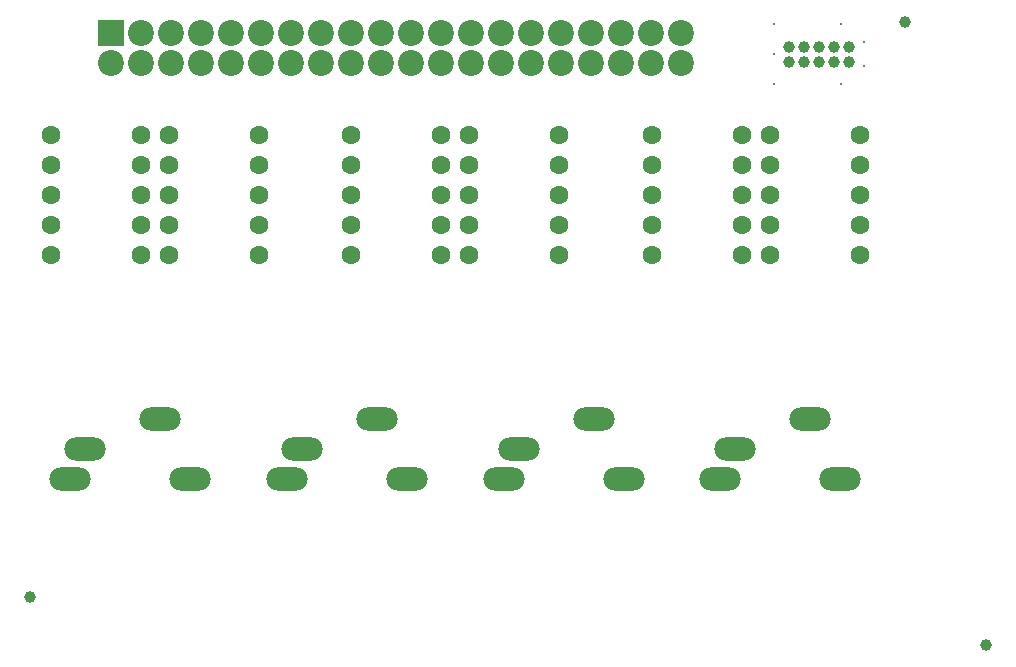
<source format=gts>
G04*
G04 #@! TF.GenerationSoftware,Altium Limited,Altium Designer,23.9.2 (47)*
G04*
G04 Layer_Color=8388736*
%FSLAX44Y44*%
%MOMM*%
G71*
G04*
G04 #@! TF.SameCoordinates,755CF2AA-2F68-4FBA-815F-43BC2B140BDC*
G04*
G04*
G04 #@! TF.FilePolarity,Negative*
G04*
G01*
G75*
%ADD11C,1.0000*%
%ADD12C,0.9900*%
%ADD13O,3.5000X2.0000*%
%ADD14C,0.2000*%
%ADD15R,2.2000X2.2000*%
%ADD16C,2.2000*%
%ADD17C,1.6000*%
D11*
X756000Y547000D02*
D03*
X824000Y19000D02*
D03*
X15000Y60000D02*
D03*
D12*
X657300Y525700D02*
D03*
X670000D02*
D03*
X682700D02*
D03*
X695400D02*
D03*
Y513000D02*
D03*
X682700D02*
D03*
X670000D02*
D03*
X657300D02*
D03*
X708100D02*
D03*
Y525700D02*
D03*
D13*
X599200Y160000D02*
D03*
X700800D02*
D03*
X675400Y210800D02*
D03*
X611900Y185400D02*
D03*
X415867Y160000D02*
D03*
X517467D02*
D03*
X492067Y210800D02*
D03*
X428567Y185400D02*
D03*
X232533Y160000D02*
D03*
X334133D02*
D03*
X308733Y210800D02*
D03*
X245233Y185400D02*
D03*
X49200Y160000D02*
D03*
X150800D02*
D03*
X125400Y210800D02*
D03*
X61900Y185400D02*
D03*
D14*
X644600Y519350D02*
D03*
Y493950D02*
D03*
Y544750D02*
D03*
X701750D02*
D03*
Y493950D02*
D03*
X720800Y529510D02*
D03*
Y509190D02*
D03*
D15*
X83700Y537700D02*
D03*
D16*
X109100D02*
D03*
X134500D02*
D03*
X159900D02*
D03*
X185300D02*
D03*
X210700D02*
D03*
X236100D02*
D03*
X261500D02*
D03*
X286900D02*
D03*
X312300D02*
D03*
X337700D02*
D03*
X363100D02*
D03*
X388500D02*
D03*
X413900D02*
D03*
X439300D02*
D03*
X464700D02*
D03*
X490100D02*
D03*
X515500D02*
D03*
X540900D02*
D03*
X566300D02*
D03*
X83700Y512300D02*
D03*
X109100D02*
D03*
X134500D02*
D03*
X159900D02*
D03*
X185300D02*
D03*
X210700D02*
D03*
X236100D02*
D03*
X261500D02*
D03*
X286900D02*
D03*
X312300D02*
D03*
X337700D02*
D03*
X363100D02*
D03*
X388500D02*
D03*
X413900D02*
D03*
X439300D02*
D03*
X464700D02*
D03*
X490100D02*
D03*
X515500D02*
D03*
X540900D02*
D03*
X566300D02*
D03*
D17*
X132580Y349200D02*
D03*
Y374600D02*
D03*
Y400000D02*
D03*
Y425400D02*
D03*
Y450800D02*
D03*
X208780Y349200D02*
D03*
Y374600D02*
D03*
Y400000D02*
D03*
Y425400D02*
D03*
Y450800D02*
D03*
X32580Y349200D02*
D03*
Y374600D02*
D03*
Y400000D02*
D03*
Y425400D02*
D03*
Y450800D02*
D03*
X108780Y349200D02*
D03*
Y374600D02*
D03*
Y400000D02*
D03*
Y425400D02*
D03*
Y450800D02*
D03*
X386900Y349200D02*
D03*
Y374600D02*
D03*
Y400000D02*
D03*
Y425400D02*
D03*
Y450800D02*
D03*
X463100Y349200D02*
D03*
Y374600D02*
D03*
Y400000D02*
D03*
Y425400D02*
D03*
Y450800D02*
D03*
X286900Y349200D02*
D03*
Y374600D02*
D03*
Y400000D02*
D03*
Y425400D02*
D03*
Y450800D02*
D03*
X363100Y349200D02*
D03*
Y374600D02*
D03*
Y400000D02*
D03*
Y425400D02*
D03*
Y450800D02*
D03*
X641220Y349200D02*
D03*
Y374600D02*
D03*
Y400000D02*
D03*
Y425400D02*
D03*
Y450800D02*
D03*
X717420Y349200D02*
D03*
Y374600D02*
D03*
Y400000D02*
D03*
Y425400D02*
D03*
Y450800D02*
D03*
X541220Y349200D02*
D03*
Y374600D02*
D03*
Y400000D02*
D03*
Y425400D02*
D03*
Y450800D02*
D03*
X617420Y349200D02*
D03*
Y374600D02*
D03*
Y400000D02*
D03*
Y425400D02*
D03*
Y450800D02*
D03*
M02*

</source>
